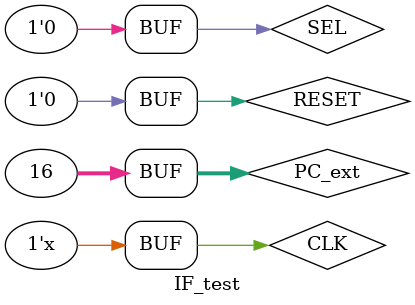
<source format=v>
`timescale 1ns / 1ps


module IF_test;

	// Inputs
	reg CLK;
	reg RESET;
	reg SEL;
	reg [31:0] PC_ext;

	// Outputs
	wire [31:0] PC_OUT;
	wire [31:0] INSTR_OUT;

	// Instantiate the Unit Under Test (UUT)
	_1_IF_InstructionFetch uut (
		.CLK(CLK), 
		.RESET(RESET), 
		.SEL(SEL), 
		.PC_ext(PC_ext), 
		.PC_OUT(PC_OUT), 
		.INSTR_OUT(INSTR_OUT)
	);

	initial begin
		// Initialize Inputs
		CLK = 0;
		RESET = 1;
		SEL = 0;
		PC_ext = 16;

		// Wait 100 ns for global reset to finish
		#100;
		RESET = 0;
		
        
		// Add stimulus here

	end
	
	always
	begin
		#1	CLK=~CLK;
	end;
      
endmodule


</source>
